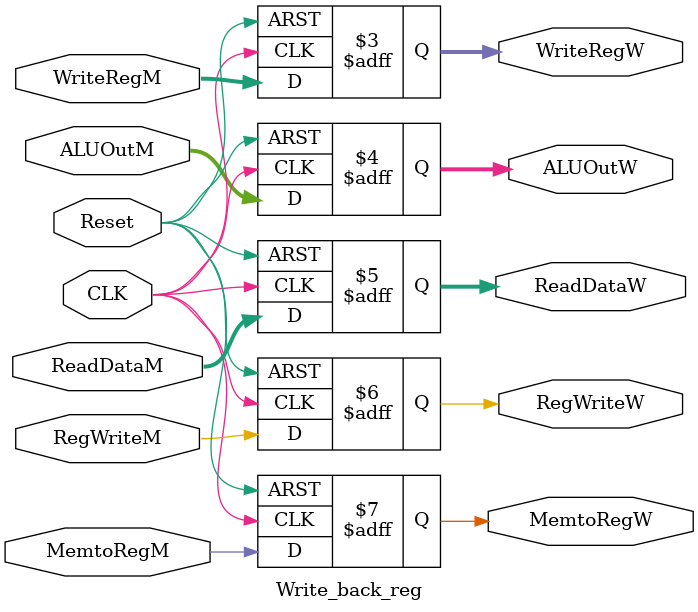
<source format=v>
module Write_back_reg (
    // input & output ports
    input   wire              CLK,
    input   wire              Reset,
    input   wire     [4:0]    WriteRegM,
    input   wire     [31:0]   ALUOutM,
    input   wire     [31:0]   ReadDataM,
    input   wire              RegWriteM,
    input   wire              MemtoRegM,
    output  reg      [4:0]    WriteRegW,
    output  reg      [31:0]   ALUOutW,
    output  reg      [31:0]   ReadDataW,
    output  reg               RegWriteW,
    output  reg               MemtoRegW
);

always @(posedge CLK, negedge Reset) begin
    if (!Reset) begin
        WriteRegW  <= 0;
        ALUOutW    <= 0;
        ReadDataW  <= 0;
        RegWriteW  <= 0;
        MemtoRegW  <= 0;
    end
    else begin
        WriteRegW  <= WriteRegM;
        ALUOutW    <= ALUOutM;
        ReadDataW  <= ReadDataM;
        RegWriteW  <= RegWriteM;
        MemtoRegW  <= MemtoRegM;
    end

end
    
endmodule
</source>
